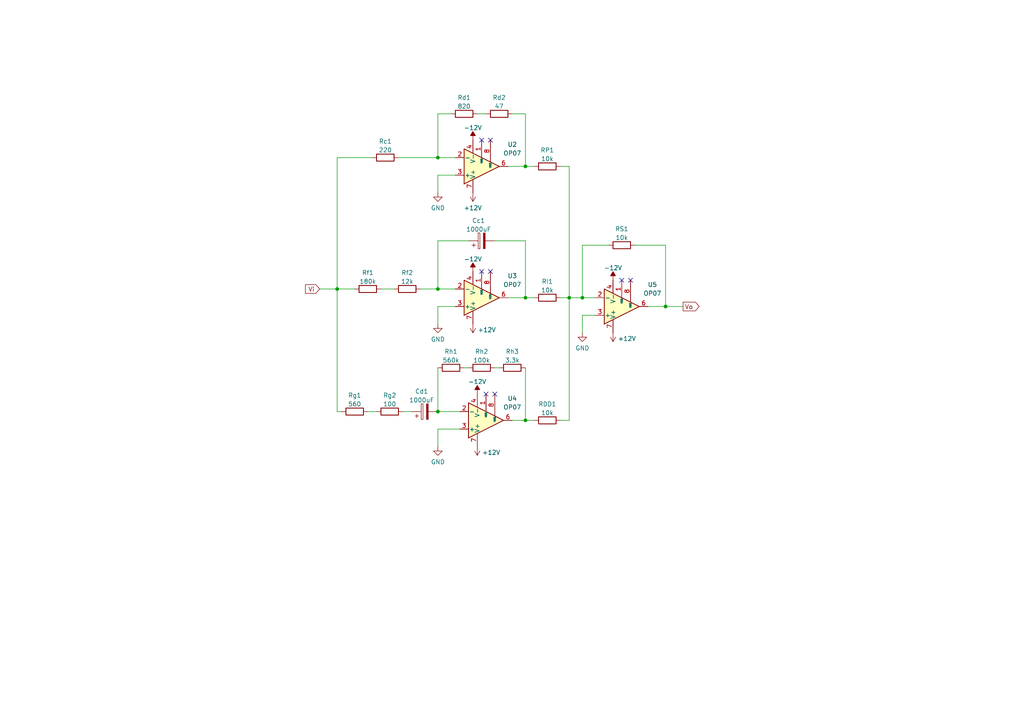
<source format=kicad_sch>
(kicad_sch (version 20250114) (generator "eeschema") (generator_version "9.0")
  (paper "A4")
  (lib_symbols
    (symbol "Amplifier_Operational:OP07" (pin_names (offset 0.127))
      (property "Reference" "U" (at 1.27 6.35 0))
      (property "Value" "OP07" (at 1.27 3.81 0))
      (symbol "OP07_0_1"
        (polyline (pts (xy -5.08 5.08) (xy 5.08 0) (xy -5.08 -5.08) (xy -5.08 5.08)) (stroke (width 0.254)) (fill (type background)))
      )
      (symbol "OP07_1_1"
        (pin input line (at -7.62 2.54 0) (length 2.54) (name "+") (number "3"))
        (pin input line (at -7.62 -2.54 0) (length 2.54) (name "-") (number "2"))
        (pin power_in line (at -2.54 7.62 270) (length 3.81) (name "V+") (number "7"))
        (pin power_in line (at -2.54 -7.62 90) (length 3.81) (name "V-") (number "4"))
        (pin no_connect line (at 0 2.54 270) (length 2.54) (hide yes) (name "NC") (number "5"))
        (pin input line (at 0 -7.62 90) (length 5.08) (name "VOS") (number "1"))
        (pin input line (at 2.54 -7.62 90) (length 6.35) (name "VOS") (number "8"))
        (pin output line (at 7.62 0 180) (length 2.54) (name "~") (number "6"))
      )
    )
    (symbol "Device:C_Polarized" (pin_numbers (hide yes)) (pin_names (offset 0.254))
      (property "Reference" "C" (at 0.635 2.54 0))
      (property "Value" "C_Polarized" (at 0.635 -2.54 0))
      (symbol "C_Polarized_0_1"
        (rectangle (start -2.286 0.508) (end 2.286 1.016))
        (polyline (pts (xy -1.778 2.286) (xy -0.762 2.286)))
        (polyline (pts (xy -1.27 2.794) (xy -1.27 1.778)))
        (rectangle (start 2.286 -0.508) (end -2.286 -1.016) (fill (type outline)))
      )
      (symbol "C_Polarized_1_1"
        (pin passive line (at 0 3.81 270) (length 2.794) (name "~") (number "1"))
        (pin passive line (at 0 -3.81 90) (length 2.794) (name "~") (number "2"))
      )
    )
    (symbol "Device:R" (pin_numbers (hide yes)) (pin_names (offset 0))
      (property "Reference" "R" (at 2.032 0 90))
      (property "Value" "R" (at 0 0 90))
      (symbol "R_0_1"
        (rectangle (start -1.016 -2.54) (end 1.016 2.54) (stroke (width 0.254)))
      )
      (symbol "R_1_1"
        (pin passive line (at 0 3.81 270) (length 1.27) (name "~") (number "1"))
        (pin passive line (at 0 -3.81 90) (length 1.27) (name "~") (number "2"))
      )
    )
    (symbol "power:+12V" (power) (pin_names (offset 0))
      (property "Value" "+12V" (at 0 3.556 0))
      (symbol "+12V_0_1"
        (polyline (pts (xy -0.762 1.27) (xy 0 2.54)))
        (polyline (pts (xy 0 2.54) (xy 0.762 1.27)))
        (polyline (pts (xy 0 0) (xy 0 2.54)))
      )
      (symbol "+12V_1_1"
        (pin power_in line (at 0 0 90) (length 0) (hide yes) (name "+12V") (number "1"))
      )
    )
    (symbol "power:-12V" (power) (pin_names (offset 0))
      (property "Value" "-12V" (at 0 3.81 0))
      (symbol "-12V_0_0"
        (pin power_in line (at 0 0 90) (length 0) (hide yes) (name "-12V") (number "1"))
      )
      (symbol "-12V_0_1"
        (polyline (pts (xy 0 0) (xy 0 1.27) (xy 0.762 1.27) (xy 0 2.54) (xy -0.762 1.27) (xy 0 1.27)) (fill (type outline)))
      )
    )
    (symbol "power:GND" (power) (pin_names (offset 0))
      (property "Value" "GND" (at 0 -3.81 0))
      (symbol "GND_0_1"
        (polyline (pts (xy 0 0) (xy 0 -1.27) (xy 1.27 -1.27) (xy 0 -2.54) (xy -1.27 -1.27) (xy 0 -1.27)))
      )
      (symbol "GND_1_1"
        (pin power_in line (at 0 0 270) (length 0) (hide yes) (name "GND") (number "1"))
      )
    )
  )
  (junction (at 97.79 83.82))
  (junction (at 168.91 86.36))
  (junction (at 193.04 88.9))
  (junction (at 152.4 48.26))
  (junction (at 127 119.38))
  (junction (at 127 83.82))
  (junction (at 165.1 86.36))
  (junction (at 152.4 86.36))
  (junction (at 152.4 121.92))
  (junction (at 127 45.72))
  (no_connect (at 142.24 78.74))
  (no_connect (at 139.7 78.74))
  (no_connect (at 142.24 40.64))
  (no_connect (at 139.7 40.64))
  (no_connect (at 182.88 81.28))
  (no_connect (at 180.34 81.28))
  (no_connect (at 140.97 114.3))
  (no_connect (at 143.51 114.3))
  (wire (pts (xy 127 106.68) (xy 127 119.38)))
  (wire (pts (xy 193.04 88.9) (xy 198.12 88.9)))
  (wire (pts (xy 97.79 119.38) (xy 97.79 83.82)))
  (wire (pts (xy 116.84 119.38) (xy 119.38 119.38)))
  (wire (pts (xy 132.08 50.8) (xy 127 50.8)))
  (wire (pts (xy 147.32 48.26) (xy 152.4 48.26)))
  (wire (pts (xy 184.15 71.12) (xy 193.04 71.12)))
  (wire (pts (xy 193.04 71.12) (xy 193.04 88.9)))
  (wire (pts (xy 127 124.46) (xy 127 129.54)))
  (wire (pts (xy 152.4 48.26) (xy 154.94 48.26)))
  (wire (pts (xy 152.4 121.92) (xy 154.94 121.92)))
  (wire (pts (xy 168.91 86.36) (xy 168.91 71.12)))
  (wire (pts (xy 148.59 33.02) (xy 152.4 33.02)))
  (wire (pts (xy 165.1 86.36) (xy 165.1 121.92)))
  (wire (pts (xy 168.91 86.36) (xy 172.72 86.36)))
  (wire (pts (xy 97.79 45.72) (xy 97.79 83.82)))
  (wire (pts (xy 127 119.38) (xy 133.35 119.38)))
  (wire (pts (xy 138.43 33.02) (xy 140.97 33.02)))
  (wire (pts (xy 162.56 121.92) (xy 165.1 121.92)))
  (wire (pts (xy 127 50.8) (xy 127 55.88)))
  (wire (pts (xy 165.1 86.36) (xy 168.91 86.36)))
  (wire (pts (xy 99.06 119.38) (xy 97.79 119.38)))
  (wire (pts (xy 127 45.72) (xy 132.08 45.72)))
  (wire (pts (xy 127 33.02) (xy 127 45.72)))
  (wire (pts (xy 165.1 48.26) (xy 165.1 86.36)))
  (wire (pts (xy 147.32 86.36) (xy 152.4 86.36)))
  (wire (pts (xy 162.56 48.26) (xy 165.1 48.26)))
  (wire (pts (xy 152.4 86.36) (xy 154.94 86.36)))
  (wire (pts (xy 107.95 45.72) (xy 97.79 45.72)))
  (wire (pts (xy 135.89 69.85) (xy 127 69.85)))
  (wire (pts (xy 187.96 88.9) (xy 193.04 88.9)))
  (wire (pts (xy 121.92 83.82) (xy 127 83.82)))
  (wire (pts (xy 168.91 71.12) (xy 176.53 71.12)))
  (wire (pts (xy 127 69.85) (xy 127 83.82)))
  (wire (pts (xy 152.4 106.68) (xy 152.4 121.92)))
  (wire (pts (xy 106.68 119.38) (xy 109.22 119.38)))
  (wire (pts (xy 152.4 69.85) (xy 152.4 86.36)))
  (wire (pts (xy 143.51 106.68) (xy 144.78 106.68)))
  (wire (pts (xy 115.57 45.72) (xy 127 45.72)))
  (wire (pts (xy 148.59 121.92) (xy 152.4 121.92)))
  (wire (pts (xy 92.71 83.82) (xy 97.79 83.82)))
  (wire (pts (xy 132.08 88.9) (xy 127 88.9)))
  (wire (pts (xy 110.49 83.82) (xy 114.3 83.82)))
  (wire (pts (xy 143.51 69.85) (xy 152.4 69.85)))
  (wire (pts (xy 152.4 33.02) (xy 152.4 48.26)))
  (wire (pts (xy 133.35 124.46) (xy 127 124.46)))
  (wire (pts (xy 162.56 86.36) (xy 165.1 86.36)))
  (wire (pts (xy 172.72 91.44) (xy 168.91 91.44)))
  (wire (pts (xy 130.81 33.02) (xy 127 33.02)))
  (wire (pts (xy 97.79 83.82) (xy 102.87 83.82)))
  (wire (pts (xy 127 83.82) (xy 132.08 83.82)))
  (wire (pts (xy 127 88.9) (xy 127 93.98)))
  (wire (pts (xy 134.62 106.68) (xy 135.89 106.68)))
  (wire (pts (xy 168.91 91.44) (xy 168.91 96.52)))
  (global_label "Vi" (shape input) (at 92.71 83.82 180) (property "Intersheetrefs" "${INTERSHEET_REFS}" (effects (hide yes))))
  (global_label "Vo" (shape output) (at 198.12 88.9 0) (property "Intersheetrefs" "${INTERSHEET_REFS}" (effects (hide yes))))
  (symbol (lib_id "Device:R") (at 139.7 106.68 90) (unit 1)
    (property "Reference" "Rh2" (at 139.7 101.9642 90))
    (property "Value" "100k" (at 139.7 104.5011 90))
    (property "Footprint" "LibraryNico:R_Axial_DIN0207_L6.3mm_D2.5mm_P10.16mm_Horizontal Nico" (effects (hide yes)))
  )
  (symbol (lib_id "power:-12V") (at 138.43 114.3 0) (unit 1)
    (property "Reference" "#PWR0115" (effects (hide yes)))
    (property "Value" "-12V" (at 138.43 110.7242 0))
  )
  (symbol (lib_id "Amplifier_Operational:OP07") (at 139.7 48.26 0) (mirror x) (unit 1)
    (property "Reference" "U2" (at 148.59 41.91 0))
    (property "Value" "OP07" (at 148.59 44.45 0))
    (property "Footprint" "LibraryNico:DIP-8_W7.62mm_LongPads Nico" (effects (hide yes)))
    (property "Datasheet" "https://www.analog.com/media/en/technical-documentation/data-sheets/OP07.pdf" (effects (hide yes)))
  )
  (symbol (lib_id "power:GND") (at 168.91 96.52 0) (unit 1)
    (property "Reference" "#PWR0119" (effects (hide yes)))
    (property "Value" "GND" (at 168.91 100.9634 0))
  )
  (symbol (lib_id "Device:R") (at 148.59 106.68 90) (unit 1)
    (property "Reference" "Rh3" (at 148.59 101.9642 90))
    (property "Value" "3.3k" (at 148.59 104.5011 90))
    (property "Footprint" "LibraryNico:R_Axial_DIN0207_L6.3mm_D2.5mm_P10.16mm_Horizontal Nico" (effects (hide yes)))
  )
  (symbol (lib_id "power:+12V") (at 177.8 96.52 180) (unit 1)
    (property "Reference" "#PWR0117" (effects (hide yes)))
    (property "Value" "+12V" (at 179.197 98.2238 0) (effects (justify right)))
  )
  (symbol (lib_id "Device:R") (at 118.11 83.82 90) (unit 1)
    (property "Reference" "Rf2" (at 118.11 79.1042 90))
    (property "Value" "12k" (at 118.11 81.6411 90))
    (property "Footprint" "LibraryNico:R_Axial_DIN0207_L6.3mm_D2.5mm_P10.16mm_Horizontal Nico" (effects (hide yes)))
  )
  (symbol (lib_id "Device:R") (at 134.62 33.02 90) (unit 1)
    (property "Reference" "Rd1" (at 134.62 28.3042 90))
    (property "Value" "820" (at 134.62 30.8411 90))
    (property "Footprint" "LibraryNico:R_Axial_DIN0207_L6.3mm_D2.5mm_P10.16mm_Horizontal Nico" (effects (hide yes)))
  )
  (symbol (lib_id "Device:R") (at 158.75 86.36 90) (unit 1)
    (property "Reference" "RI1" (at 158.75 81.6442 90))
    (property "Value" "10k" (at 158.75 84.1811 90))
    (property "Footprint" "LibraryNico:R_Axial_DIN0207_L6.3mm_D2.5mm_P10.16mm_Horizontal Nico" (effects (hide yes)))
  )
  (symbol (lib_id "Device:R") (at 158.75 48.26 90) (unit 1)
    (property "Reference" "RP1" (at 158.75 43.5442 90))
    (property "Value" "10k" (at 158.75 46.0811 90))
    (property "Footprint" "LibraryNico:R_Axial_DIN0207_L6.3mm_D2.5mm_P10.16mm_Horizontal Nico" (effects (hide yes)))
  )
  (symbol (lib_id "Device:R") (at 180.34 71.12 90) (unit 1)
    (property "Reference" "RS1" (at 180.34 66.4042 90))
    (property "Value" "10k" (at 180.34 68.9411 90))
    (property "Footprint" "LibraryNico:R_Axial_DIN0207_L6.3mm_D2.5mm_P10.16mm_Horizontal Nico" (effects (hide yes)))
  )
  (symbol (lib_id "Device:R") (at 130.81 106.68 90) (unit 1)
    (property "Reference" "Rh1" (at 130.81 101.9642 90))
    (property "Value" "560k" (at 130.81 104.5011 90))
    (property "Footprint" "LibraryNico:R_Axial_DIN0207_L6.3mm_D2.5mm_P10.16mm_Horizontal Nico" (effects (hide yes)))
  )
  (symbol (lib_id "Device:R") (at 102.87 119.38 90) (unit 1)
    (property "Reference" "Rg1" (at 102.87 114.6642 90))
    (property "Value" "560" (at 102.87 117.2011 90))
    (property "Footprint" "LibraryNico:R_Axial_DIN0207_L6.3mm_D2.5mm_P10.16mm_Horizontal Nico" (effects (hide yes)))
  )
  (symbol (lib_id "power:-12V") (at 137.16 40.64 0) (unit 1)
    (property "Reference" "#PWR0122" (effects (hide yes)))
    (property "Value" "-12V" (at 137.16 37.0642 0))
  )
  (symbol (lib_id "Device:C_Polarized") (at 123.19 119.38 90) (unit 1)
    (property "Reference" "Cd1" (at 122.301 113.5212 90))
    (property "Value" "1000uF" (at 122.301 116.0581 90))
    (property "Footprint" "Capacitor_THT:CP_Radial_D12.5mm_P5.00mm" (effects (hide yes)))
  )
  (symbol (lib_id "power:+12V") (at 138.43 129.54 180) (unit 1)
    (property "Reference" "#PWR0114" (effects (hide yes)))
    (property "Value" "+12V" (at 139.827 131.2438 0) (effects (justify right)))
  )
  (symbol (lib_id "Device:R") (at 111.76 45.72 90) (unit 1)
    (property "Reference" "Rc1" (at 111.76 41.0042 90))
    (property "Value" "220" (at 111.76 43.5411 90))
    (property "Footprint" "LibraryNico:R_Axial_DIN0207_L6.3mm_D2.5mm_P10.16mm_Horizontal Nico" (effects (hide yes)))
  )
  (symbol (lib_id "Device:R") (at 144.78 33.02 90) (unit 1)
    (property "Reference" "Rd2" (at 144.78 28.3042 90))
    (property "Value" "47" (at 144.78 30.8411 90))
    (property "Footprint" "LibraryNico:R_Axial_DIN0207_L6.3mm_D2.5mm_P10.16mm_Horizontal Nico" (effects (hide yes)))
  )
  (symbol (lib_id "Amplifier_Operational:OP07") (at 180.34 88.9 0) (mirror x) (unit 1)
    (property "Reference" "U5" (at 189.23 82.55 0))
    (property "Value" "OP07" (at 189.23 85.09 0))
    (property "Footprint" "LibraryNico:DIP-8_W7.62mm_LongPads Nico" (effects (hide yes)))
    (property "Datasheet" "https://www.analog.com/media/en/technical-documentation/data-sheets/OP07.pdf" (effects (hide yes)))
  )
  (symbol (lib_id "Device:R") (at 106.68 83.82 90) (unit 1)
    (property "Reference" "Rf1" (at 106.68 79.1042 90))
    (property "Value" "180k" (at 106.68 81.6411 90))
    (property "Footprint" "LibraryNico:R_Axial_DIN0207_L6.3mm_D2.5mm_P10.16mm_Horizontal Nico" (effects (hide yes)))
  )
  (symbol (lib_id "Amplifier_Operational:OP07") (at 140.97 121.92 0) (mirror x) (unit 1)
    (property "Reference" "U4" (at 148.59 115.57 0))
    (property "Value" "OP07" (at 148.59 118.11 0))
    (property "Footprint" "LibraryNico:DIP-8_W7.62mm_LongPads Nico" (effects (hide yes)))
    (property "Datasheet" "https://www.analog.com/media/en/technical-documentation/data-sheets/OP07.pdf" (effects (hide yes)))
  )
  (symbol (lib_id "power:GND") (at 127 93.98 0) (unit 1)
    (property "Reference" "#PWR0121" (effects (hide yes)))
    (property "Value" "GND" (at 127 98.4234 0))
  )
  (symbol (lib_id "Device:R") (at 113.03 119.38 90) (unit 1)
    (property "Reference" "Rg2" (at 113.03 114.6642 90))
    (property "Value" "100" (at 113.03 117.2011 90))
    (property "Footprint" "LibraryNico:R_Axial_DIN0207_L6.3mm_D2.5mm_P10.16mm_Horizontal Nico" (effects (hide yes)))
  )
  (symbol (lib_id "power:GND") (at 127 129.54 0) (unit 1)
    (property "Reference" "#PWR0124" (effects (hide yes)))
    (property "Value" "GND" (at 127 133.9834 0))
  )
  (symbol (lib_id "Amplifier_Operational:OP07") (at 139.7 86.36 0) (mirror x) (unit 1)
    (property "Reference" "U3" (at 148.59 80.01 0))
    (property "Value" "OP07" (at 148.59 82.55 0))
    (property "Footprint" "LibraryNico:DIP-8_W7.62mm_LongPads Nico" (effects (hide yes)))
    (property "Datasheet" "https://www.analog.com/media/en/technical-documentation/data-sheets/OP07.pdf" (effects (hide yes)))
  )
  (symbol (lib_id "power:+12V") (at 137.16 93.98 180) (unit 1)
    (property "Reference" "#PWR0112" (effects (hide yes)))
    (property "Value" "+12V" (at 138.557 95.6838 0) (effects (justify right)))
  )
  (symbol (lib_id "power:GND") (at 127 55.88 0) (unit 1)
    (property "Reference" "#PWR0113" (effects (hide yes)))
    (property "Value" "GND" (at 127 60.3234 0))
  )
  (symbol (lib_id "power:-12V") (at 137.16 78.74 0) (unit 1)
    (property "Reference" "#PWR0118" (effects (hide yes)))
    (property "Value" "-12V" (at 137.16 75.1642 0))
  )
  (symbol (lib_id "power:+12V") (at 137.16 55.88 180) (unit 1)
    (property "Reference" "#PWR0120" (effects (hide yes)))
    (property "Value" "+12V" (at 137.16 60.3234 0))
  )
  (symbol (lib_id "Device:C_Polarized") (at 139.7 69.85 90) (unit 1)
    (property "Reference" "Cc1" (at 138.811 63.9912 90))
    (property "Value" "1000uF" (at 138.811 66.5281 90))
    (property "Footprint" "Capacitor_THT:CP_Radial_D12.5mm_P5.00mm" (effects (hide yes)))
  )
  (symbol (lib_id "Device:R") (at 158.75 121.92 90) (unit 1)
    (property "Reference" "RDD1" (at 158.75 117.2042 90))
    (property "Value" "10k" (at 158.75 119.7411 90))
    (property "Footprint" "LibraryNico:R_Axial_DIN0207_L6.3mm_D2.5mm_P10.16mm_Horizontal Nico" (effects (hide yes)))
  )
  (symbol (lib_id "power:-12V") (at 177.8 81.28 0) (unit 1)
    (property "Reference" "#PWR0116" (effects (hide yes)))
    (property "Value" "-12V" (at 177.8 77.7042 0))
  )
)
</source>
